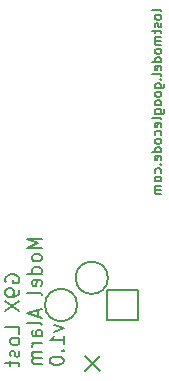
<source format=gbo>
G04 (created by PCBNEW (2013-07-24 BZR 4024)-stable) date Tue 25 Nov 2014 11:30:04 AM NZDT*
%MOIN*%
G04 Gerber Fmt 3.4, Leading zero omitted, Abs format*
%FSLAX34Y34*%
G01*
G70*
G90*
G04 APERTURE LIST*
%ADD10C,0.00590551*%
%ADD11C,0.00787402*%
G04 APERTURE END LIST*
G54D10*
X26551Y-30047D02*
X27047Y-29551D01*
X26551Y-29535D02*
X27055Y-30039D01*
X26282Y-27846D02*
G75*
G03X26282Y-27846I-538J0D01*
G74*
G01*
X27306Y-26940D02*
G75*
G03X27306Y-26940I-538J0D01*
G74*
G01*
X27287Y-27354D02*
X27279Y-27354D01*
X27287Y-28350D02*
X27287Y-27354D01*
X28295Y-28350D02*
X27287Y-28350D01*
X28295Y-27362D02*
X28295Y-28350D01*
X27279Y-27362D02*
X28295Y-27362D01*
X29084Y-18060D02*
X29069Y-18030D01*
X29039Y-18015D01*
X28769Y-18015D01*
X29084Y-18225D02*
X29069Y-18195D01*
X29054Y-18180D01*
X29024Y-18165D01*
X28934Y-18165D01*
X28904Y-18180D01*
X28889Y-18195D01*
X28874Y-18225D01*
X28874Y-18270D01*
X28889Y-18300D01*
X28904Y-18315D01*
X28934Y-18330D01*
X29024Y-18330D01*
X29054Y-18315D01*
X29069Y-18300D01*
X29084Y-18270D01*
X29084Y-18225D01*
X29069Y-18450D02*
X29084Y-18480D01*
X29084Y-18540D01*
X29069Y-18570D01*
X29039Y-18585D01*
X29024Y-18585D01*
X28994Y-18570D01*
X28979Y-18540D01*
X28979Y-18495D01*
X28964Y-18465D01*
X28934Y-18450D01*
X28919Y-18450D01*
X28889Y-18465D01*
X28874Y-18495D01*
X28874Y-18540D01*
X28889Y-18570D01*
X28874Y-18675D02*
X28874Y-18795D01*
X28769Y-18720D02*
X29039Y-18720D01*
X29069Y-18735D01*
X29084Y-18765D01*
X29084Y-18795D01*
X29084Y-18900D02*
X28874Y-18900D01*
X28904Y-18900D02*
X28889Y-18915D01*
X28874Y-18945D01*
X28874Y-18990D01*
X28889Y-19020D01*
X28919Y-19035D01*
X29084Y-19035D01*
X28919Y-19035D02*
X28889Y-19050D01*
X28874Y-19080D01*
X28874Y-19125D01*
X28889Y-19155D01*
X28919Y-19170D01*
X29084Y-19170D01*
X29084Y-19365D02*
X29069Y-19335D01*
X29054Y-19320D01*
X29024Y-19305D01*
X28934Y-19305D01*
X28904Y-19320D01*
X28889Y-19335D01*
X28874Y-19365D01*
X28874Y-19410D01*
X28889Y-19440D01*
X28904Y-19455D01*
X28934Y-19470D01*
X29024Y-19470D01*
X29054Y-19455D01*
X29069Y-19440D01*
X29084Y-19410D01*
X29084Y-19365D01*
X29084Y-19739D02*
X28769Y-19739D01*
X29069Y-19739D02*
X29084Y-19709D01*
X29084Y-19649D01*
X29069Y-19619D01*
X29054Y-19604D01*
X29024Y-19589D01*
X28934Y-19589D01*
X28904Y-19604D01*
X28889Y-19619D01*
X28874Y-19649D01*
X28874Y-19709D01*
X28889Y-19739D01*
X29069Y-20009D02*
X29084Y-19979D01*
X29084Y-19919D01*
X29069Y-19889D01*
X29039Y-19874D01*
X28919Y-19874D01*
X28889Y-19889D01*
X28874Y-19919D01*
X28874Y-19979D01*
X28889Y-20009D01*
X28919Y-20024D01*
X28949Y-20024D01*
X28979Y-19874D01*
X29084Y-20204D02*
X29069Y-20174D01*
X29039Y-20159D01*
X28769Y-20159D01*
X29054Y-20324D02*
X29069Y-20339D01*
X29084Y-20324D01*
X29069Y-20309D01*
X29054Y-20324D01*
X29084Y-20324D01*
X28874Y-20609D02*
X29129Y-20609D01*
X29159Y-20594D01*
X29174Y-20579D01*
X29189Y-20549D01*
X29189Y-20504D01*
X29174Y-20474D01*
X29069Y-20609D02*
X29084Y-20579D01*
X29084Y-20519D01*
X29069Y-20489D01*
X29054Y-20474D01*
X29024Y-20459D01*
X28934Y-20459D01*
X28904Y-20474D01*
X28889Y-20489D01*
X28874Y-20519D01*
X28874Y-20579D01*
X28889Y-20609D01*
X29084Y-20804D02*
X29069Y-20774D01*
X29054Y-20759D01*
X29024Y-20744D01*
X28934Y-20744D01*
X28904Y-20759D01*
X28889Y-20774D01*
X28874Y-20804D01*
X28874Y-20849D01*
X28889Y-20879D01*
X28904Y-20894D01*
X28934Y-20909D01*
X29024Y-20909D01*
X29054Y-20894D01*
X29069Y-20879D01*
X29084Y-20849D01*
X29084Y-20804D01*
X29084Y-21089D02*
X29069Y-21059D01*
X29054Y-21044D01*
X29024Y-21029D01*
X28934Y-21029D01*
X28904Y-21044D01*
X28889Y-21059D01*
X28874Y-21089D01*
X28874Y-21134D01*
X28889Y-21164D01*
X28904Y-21179D01*
X28934Y-21194D01*
X29024Y-21194D01*
X29054Y-21179D01*
X29069Y-21164D01*
X29084Y-21134D01*
X29084Y-21089D01*
X28874Y-21464D02*
X29129Y-21464D01*
X29159Y-21449D01*
X29174Y-21434D01*
X29189Y-21404D01*
X29189Y-21359D01*
X29174Y-21329D01*
X29069Y-21464D02*
X29084Y-21434D01*
X29084Y-21374D01*
X29069Y-21344D01*
X29054Y-21329D01*
X29024Y-21314D01*
X28934Y-21314D01*
X28904Y-21329D01*
X28889Y-21344D01*
X28874Y-21374D01*
X28874Y-21434D01*
X28889Y-21464D01*
X29084Y-21659D02*
X29069Y-21629D01*
X29039Y-21614D01*
X28769Y-21614D01*
X29069Y-21899D02*
X29084Y-21869D01*
X29084Y-21809D01*
X29069Y-21779D01*
X29039Y-21764D01*
X28919Y-21764D01*
X28889Y-21779D01*
X28874Y-21809D01*
X28874Y-21869D01*
X28889Y-21899D01*
X28919Y-21914D01*
X28949Y-21914D01*
X28979Y-21764D01*
X29069Y-22184D02*
X29084Y-22154D01*
X29084Y-22094D01*
X29069Y-22064D01*
X29054Y-22049D01*
X29024Y-22034D01*
X28934Y-22034D01*
X28904Y-22049D01*
X28889Y-22064D01*
X28874Y-22094D01*
X28874Y-22154D01*
X28889Y-22184D01*
X29084Y-22364D02*
X29069Y-22334D01*
X29054Y-22319D01*
X29024Y-22304D01*
X28934Y-22304D01*
X28904Y-22319D01*
X28889Y-22334D01*
X28874Y-22364D01*
X28874Y-22409D01*
X28889Y-22439D01*
X28904Y-22454D01*
X28934Y-22469D01*
X29024Y-22469D01*
X29054Y-22454D01*
X29069Y-22439D01*
X29084Y-22409D01*
X29084Y-22364D01*
X29084Y-22739D02*
X28769Y-22739D01*
X29069Y-22739D02*
X29084Y-22709D01*
X29084Y-22649D01*
X29069Y-22619D01*
X29054Y-22604D01*
X29024Y-22589D01*
X28934Y-22589D01*
X28904Y-22604D01*
X28889Y-22619D01*
X28874Y-22649D01*
X28874Y-22709D01*
X28889Y-22739D01*
X29069Y-23009D02*
X29084Y-22979D01*
X29084Y-22919D01*
X29069Y-22889D01*
X29039Y-22874D01*
X28919Y-22874D01*
X28889Y-22889D01*
X28874Y-22919D01*
X28874Y-22979D01*
X28889Y-23009D01*
X28919Y-23024D01*
X28949Y-23024D01*
X28979Y-22874D01*
X29054Y-23159D02*
X29069Y-23174D01*
X29084Y-23159D01*
X29069Y-23144D01*
X29054Y-23159D01*
X29084Y-23159D01*
X29069Y-23444D02*
X29084Y-23414D01*
X29084Y-23354D01*
X29069Y-23324D01*
X29054Y-23309D01*
X29024Y-23294D01*
X28934Y-23294D01*
X28904Y-23309D01*
X28889Y-23324D01*
X28874Y-23354D01*
X28874Y-23414D01*
X28889Y-23444D01*
X29084Y-23624D02*
X29069Y-23594D01*
X29054Y-23579D01*
X29024Y-23564D01*
X28934Y-23564D01*
X28904Y-23579D01*
X28889Y-23594D01*
X28874Y-23624D01*
X28874Y-23669D01*
X28889Y-23699D01*
X28904Y-23714D01*
X28934Y-23729D01*
X29024Y-23729D01*
X29054Y-23714D01*
X29069Y-23699D01*
X29084Y-23669D01*
X29084Y-23624D01*
X29084Y-23864D02*
X28874Y-23864D01*
X28904Y-23864D02*
X28889Y-23879D01*
X28874Y-23909D01*
X28874Y-23954D01*
X28889Y-23984D01*
X28919Y-23999D01*
X29084Y-23999D01*
X28919Y-23999D02*
X28889Y-24014D01*
X28874Y-24044D01*
X28874Y-24089D01*
X28889Y-24119D01*
X28919Y-24134D01*
X29084Y-24134D01*
G54D11*
X23906Y-27092D02*
X23884Y-27047D01*
X23884Y-26980D01*
X23906Y-26912D01*
X23951Y-26867D01*
X23996Y-26845D01*
X24086Y-26822D01*
X24154Y-26822D01*
X24244Y-26845D01*
X24289Y-26867D01*
X24334Y-26912D01*
X24356Y-26980D01*
X24356Y-27025D01*
X24334Y-27092D01*
X24311Y-27115D01*
X24154Y-27115D01*
X24154Y-27025D01*
X24356Y-27340D02*
X24356Y-27430D01*
X24334Y-27475D01*
X24311Y-27497D01*
X24244Y-27542D01*
X24154Y-27565D01*
X23974Y-27565D01*
X23929Y-27542D01*
X23906Y-27520D01*
X23884Y-27475D01*
X23884Y-27385D01*
X23906Y-27340D01*
X23929Y-27317D01*
X23974Y-27295D01*
X24086Y-27295D01*
X24131Y-27317D01*
X24154Y-27340D01*
X24176Y-27385D01*
X24176Y-27475D01*
X24154Y-27520D01*
X24131Y-27542D01*
X24086Y-27565D01*
X23884Y-27722D02*
X24356Y-28037D01*
X23884Y-28037D02*
X24356Y-27722D01*
X24356Y-28802D02*
X24356Y-28577D01*
X23884Y-28577D01*
X24356Y-29027D02*
X24334Y-28982D01*
X24311Y-28960D01*
X24266Y-28937D01*
X24131Y-28937D01*
X24086Y-28960D01*
X24064Y-28982D01*
X24041Y-29027D01*
X24041Y-29095D01*
X24064Y-29140D01*
X24086Y-29162D01*
X24131Y-29185D01*
X24266Y-29185D01*
X24311Y-29162D01*
X24334Y-29140D01*
X24356Y-29095D01*
X24356Y-29027D01*
X24334Y-29365D02*
X24356Y-29410D01*
X24356Y-29500D01*
X24334Y-29544D01*
X24289Y-29567D01*
X24266Y-29567D01*
X24221Y-29544D01*
X24199Y-29500D01*
X24199Y-29432D01*
X24176Y-29387D01*
X24131Y-29365D01*
X24109Y-29365D01*
X24064Y-29387D01*
X24041Y-29432D01*
X24041Y-29500D01*
X24064Y-29544D01*
X24041Y-29702D02*
X24041Y-29882D01*
X23884Y-29769D02*
X24289Y-29769D01*
X24334Y-29792D01*
X24356Y-29837D01*
X24356Y-29882D01*
X25096Y-25630D02*
X24624Y-25630D01*
X24961Y-25787D01*
X24624Y-25945D01*
X25096Y-25945D01*
X25096Y-26237D02*
X25074Y-26192D01*
X25051Y-26170D01*
X25006Y-26147D01*
X24871Y-26147D01*
X24826Y-26170D01*
X24804Y-26192D01*
X24781Y-26237D01*
X24781Y-26305D01*
X24804Y-26350D01*
X24826Y-26372D01*
X24871Y-26395D01*
X25006Y-26395D01*
X25051Y-26372D01*
X25074Y-26350D01*
X25096Y-26305D01*
X25096Y-26237D01*
X25096Y-26800D02*
X24624Y-26800D01*
X25074Y-26800D02*
X25096Y-26755D01*
X25096Y-26665D01*
X25074Y-26620D01*
X25051Y-26597D01*
X25006Y-26575D01*
X24871Y-26575D01*
X24826Y-26597D01*
X24804Y-26620D01*
X24781Y-26665D01*
X24781Y-26755D01*
X24804Y-26800D01*
X25074Y-27205D02*
X25096Y-27160D01*
X25096Y-27070D01*
X25074Y-27025D01*
X25029Y-27002D01*
X24849Y-27002D01*
X24804Y-27025D01*
X24781Y-27070D01*
X24781Y-27160D01*
X24804Y-27205D01*
X24849Y-27227D01*
X24894Y-27227D01*
X24939Y-27002D01*
X25096Y-27497D02*
X25074Y-27452D01*
X25029Y-27430D01*
X24624Y-27430D01*
X24961Y-28015D02*
X24961Y-28240D01*
X25096Y-27970D02*
X24624Y-28127D01*
X25096Y-28285D01*
X25096Y-28510D02*
X25074Y-28465D01*
X25029Y-28442D01*
X24624Y-28442D01*
X25096Y-28892D02*
X24849Y-28892D01*
X24804Y-28870D01*
X24781Y-28825D01*
X24781Y-28735D01*
X24804Y-28690D01*
X25074Y-28892D02*
X25096Y-28847D01*
X25096Y-28735D01*
X25074Y-28690D01*
X25029Y-28667D01*
X24984Y-28667D01*
X24939Y-28690D01*
X24916Y-28735D01*
X24916Y-28847D01*
X24894Y-28892D01*
X25096Y-29117D02*
X24781Y-29117D01*
X24871Y-29117D02*
X24826Y-29140D01*
X24804Y-29162D01*
X24781Y-29207D01*
X24781Y-29252D01*
X25096Y-29410D02*
X24781Y-29410D01*
X24826Y-29410D02*
X24804Y-29432D01*
X24781Y-29477D01*
X24781Y-29544D01*
X24804Y-29589D01*
X24849Y-29612D01*
X25096Y-29612D01*
X24849Y-29612D02*
X24804Y-29634D01*
X24781Y-29679D01*
X24781Y-29747D01*
X24804Y-29792D01*
X24849Y-29814D01*
X25096Y-29814D01*
X25521Y-28510D02*
X25836Y-28622D01*
X25521Y-28735D01*
X25836Y-29162D02*
X25836Y-28892D01*
X25836Y-29027D02*
X25364Y-29027D01*
X25431Y-28982D01*
X25476Y-28937D01*
X25499Y-28892D01*
X25791Y-29365D02*
X25814Y-29387D01*
X25836Y-29365D01*
X25814Y-29342D01*
X25791Y-29365D01*
X25836Y-29365D01*
X25364Y-29679D02*
X25364Y-29724D01*
X25386Y-29769D01*
X25409Y-29792D01*
X25454Y-29814D01*
X25544Y-29837D01*
X25656Y-29837D01*
X25746Y-29814D01*
X25791Y-29792D01*
X25814Y-29769D01*
X25836Y-29724D01*
X25836Y-29679D01*
X25814Y-29634D01*
X25791Y-29612D01*
X25746Y-29589D01*
X25656Y-29567D01*
X25544Y-29567D01*
X25454Y-29589D01*
X25409Y-29612D01*
X25386Y-29634D01*
X25364Y-29679D01*
M02*

</source>
